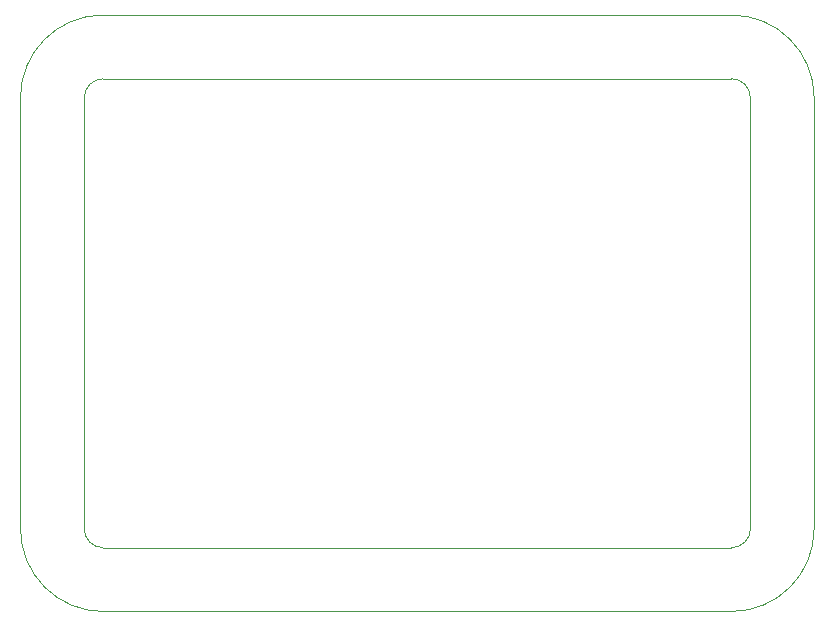
<source format=gbr>
%TF.GenerationSoftware,KiCad,Pcbnew,(7.0.0)*%
%TF.CreationDate,2023-07-18T21:43:11+02:00*%
%TF.ProjectId,Catcar_Ringlight,43617463-6172-45f5-9269-6e676c696768,1.0*%
%TF.SameCoordinates,Original*%
%TF.FileFunction,Profile,NP*%
%FSLAX46Y46*%
G04 Gerber Fmt 4.6, Leading zero omitted, Abs format (unit mm)*
G04 Created by KiCad (PCBNEW (7.0.0)) date 2023-07-18 21:43:11*
%MOMM*%
%LPD*%
G01*
G04 APERTURE LIST*
%TA.AperFunction,Profile*%
%ADD10C,0.100000*%
%TD*%
G04 APERTURE END LIST*
D10*
X126600000Y-125300000D02*
G75*
G03*
X133600000Y-118300000I0J7000000D01*
G01*
X133600000Y-81800000D02*
X133600000Y-118300000D01*
X128200000Y-81800000D02*
G75*
G03*
X126600000Y-80200000I-1600000J0D01*
G01*
X126600000Y-119900000D02*
G75*
G03*
X128200000Y-118300000I0J1600000D01*
G01*
X66400000Y-118300000D02*
G75*
G03*
X73400000Y-125300000I7000000J0D01*
G01*
X133600000Y-81800000D02*
G75*
G03*
X126600000Y-74800000I-7000000J0D01*
G01*
X126600000Y-125300000D02*
X73400000Y-125300000D01*
X73400000Y-80200000D02*
X126600000Y-80200000D01*
X128200000Y-81800000D02*
X128200000Y-118300000D01*
X73400000Y-74800000D02*
G75*
G03*
X66400000Y-81800000I0J-7000000D01*
G01*
X126600000Y-119900000D02*
X73400000Y-119900000D01*
X71800000Y-118300000D02*
X71800000Y-81800000D01*
X73400000Y-80200000D02*
G75*
G03*
X71800000Y-81800000I0J-1600000D01*
G01*
X71800000Y-118300000D02*
G75*
G03*
X73400000Y-119900000I1600000J0D01*
G01*
X73400000Y-74800000D02*
X126600000Y-74800000D01*
X66400000Y-118300000D02*
X66400000Y-81800000D01*
M02*

</source>
